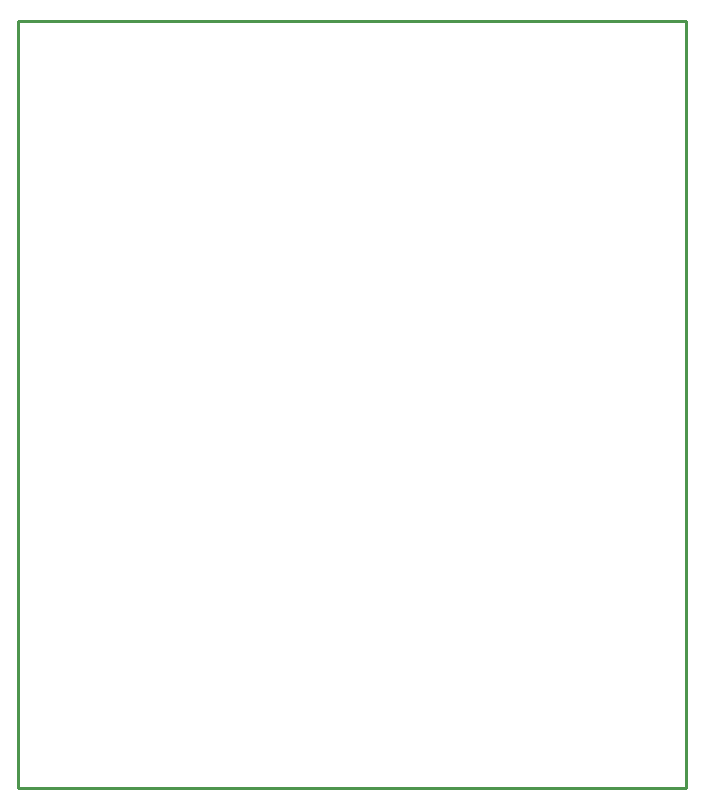
<source format=gko>
G04*
G04 #@! TF.GenerationSoftware,Altium Limited,CircuitStudio,1.5.2 (30)*
G04*
G04 Layer_Color=16720538*
%FSLAX25Y25*%
%MOIN*%
G70*
G01*
G75*
%ADD20C,0.01000*%
D20*
X360236Y137795D02*
Y393701D01*
X137795Y137795D02*
X360236D01*
X137795Y393701D02*
X360236D01*
X137795Y137795D02*
Y393701D01*
M02*

</source>
